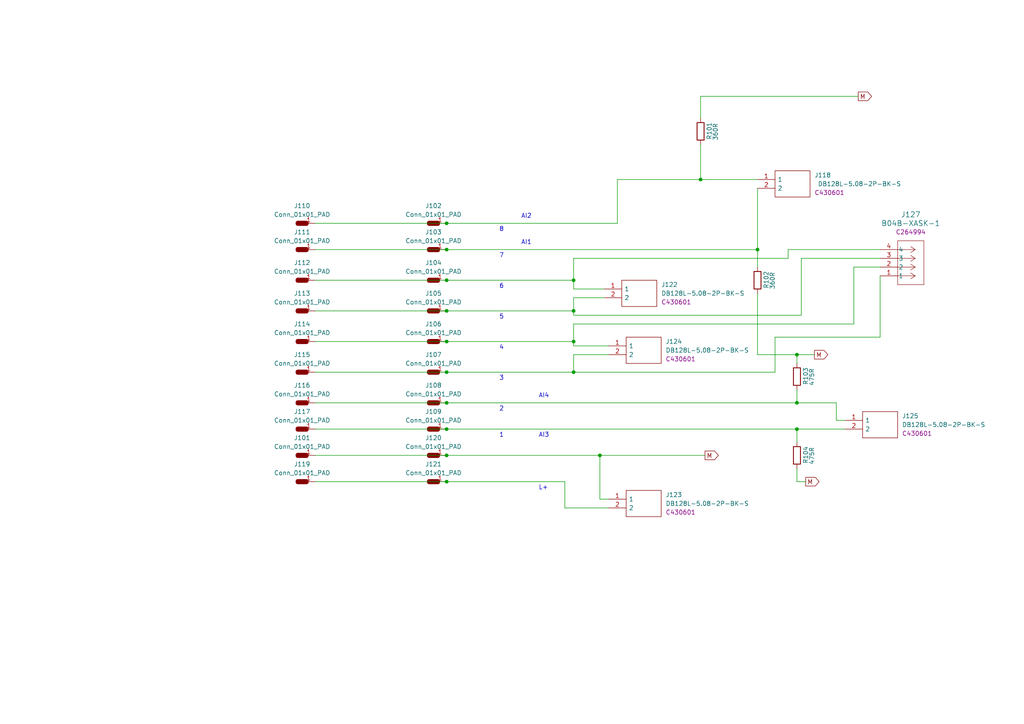
<source format=kicad_sch>
(kicad_sch (version 20230121) (generator eeschema)
  (paper "A4")
  (lib_symbols
    (symbol "Device:R" (pin_numbers hide) (pin_names (offset 0))
      (property "Reference" "R" (at 2.032 0 90))
      (property "Value" "R" (at 0 0 90))
      (symbol "R_0_1"
        (rectangle (start -1.016 -2.54) (end 1.016 2.54) (stroke (width 0.254)))
      )
      (symbol "R_1_1"
        (pin passive line (at 0 3.81 270) (length 1.27) (name "~") (number "1"))
        (pin passive line (at 0 -3.81 90) (length 1.27) (name "~") (number "2"))
      )
    )
    (symbol "PCB_Library:1729128" (pin_names (offset 0.762))
      (property "Reference" "J" (at 16.51 7.62 0))
      (property "Value" "1729128" (at 16.51 5.08 0))
      (property "LCSC" "C557665" (at 8.89 5.08 0))
      (symbol "1729128_0_0"
        (pin passive line (at 0 0 0) (length 5.08) (name "1") (number "1"))
        (pin passive line (at 0 -2.54 0) (length 5.08) (name "2") (number "2"))
      )
      (symbol "1729128_0_1"
        (polyline (pts (xy 5.08 2.54) (xy 15.24 2.54) (xy 15.24 -5.08) (xy 5.08 -5.08) (xy 5.08 2.54)) (stroke (width 0.1524)))
      )
    )
    (symbol "PCB_Library:B04B-XASK-1" (pin_names (offset 0.254))
      (property "Reference" "J" (at 13.97 6.35 0))
      (property "Value" "B04B-XASK-1" (at 3.81 3.81 0))
      (property "LCSC" "C264994" (at 3.81 7.62 0))
      (symbol "B04B-XASK-1_1_1"
        (polyline (pts (xy 5.08 -10.16) (xy 12.7 -10.16)) (stroke (width 0.127)))
        (polyline (pts (xy 5.08 2.54) (xy 5.08 -10.16)) (stroke (width 0.127)))
        (polyline (pts (xy 10.16 -7.62) (xy 5.08 -7.62)) (stroke (width 0.127)))
        (polyline (pts (xy 10.16 -7.62) (xy 8.89 -8.4667)) (stroke (width 0.127)))
        (polyline (pts (xy 10.16 -7.62) (xy 8.89 -6.7733)) (stroke (width 0.127)))
        (polyline (pts (xy 10.16 -5.08) (xy 5.08 -5.08)) (stroke (width 0.127)))
        (polyline (pts (xy 10.16 -5.08) (xy 8.89 -5.9267)) (stroke (width 0.127)))
        (polyline (pts (xy 10.16 -5.08) (xy 8.89 -4.2333)) (stroke (width 0.127)))
        (polyline (pts (xy 10.16 -2.54) (xy 5.08 -2.54)) (stroke (width 0.127)))
        (polyline (pts (xy 10.16 -2.54) (xy 8.89 -3.3867)) (stroke (width 0.127)))
        (polyline (pts (xy 10.16 -2.54) (xy 8.89 -1.6933)) (stroke (width 0.127)))
        (polyline (pts (xy 10.16 0) (xy 5.08 0)) (stroke (width 0.127)))
        (polyline (pts (xy 10.16 0) (xy 8.89 -0.8467)) (stroke (width 0.127)))
        (polyline (pts (xy 10.16 0) (xy 8.89 0.8467)) (stroke (width 0.127)))
        (polyline (pts (xy 12.7 -10.16) (xy 12.7 2.54)) (stroke (width 0.127)))
        (polyline (pts (xy 12.7 2.54) (xy 5.08 2.54)) (stroke (width 0.127)))
        (pin unspecified line (at 0 0 0) (length 5.08) (name "1") (number "1"))
        (pin unspecified line (at 0 -2.54 0) (length 5.08) (name "2") (number "2"))
        (pin unspecified line (at 0 -5.08 0) (length 5.08) (name "3") (number "3"))
        (pin unspecified line (at 0 -7.62 0) (length 5.08) (name "4") (number "4"))
      )
      (symbol "B04B-XASK-1_1_2"
        (polyline (pts (xy 5.08 -10.16) (xy 12.7 -10.16)) (stroke (width 0.127)))
        (polyline (pts (xy 5.08 2.54) (xy 5.08 -10.16)) (stroke (width 0.127)))
        (polyline (pts (xy 7.62 -7.62) (xy 5.08 -7.62)) (stroke (width 0.127)))
        (polyline (pts (xy 7.62 -7.62) (xy 8.89 -8.4667)) (stroke (width 0.127)))
        (polyline (pts (xy 7.62 -7.62) (xy 8.89 -6.7733)) (stroke (width 0.127)))
        (polyline (pts (xy 7.62 -5.08) (xy 5.08 -5.08)) (stroke (width 0.127)))
        (polyline (pts (xy 7.62 -5.08) (xy 8.89 -5.9267)) (stroke (width 0.127)))
        (polyline (pts (xy 7.62 -5.08) (xy 8.89 -4.2333)) (stroke (width 0.127)))
        (polyline (pts (xy 7.62 -2.54) (xy 5.08 -2.54)) (stroke (width 0.127)))
        (polyline (pts (xy 7.62 -2.54) (xy 8.89 -3.3867)) (stroke (width 0.127)))
        (polyline (pts (xy 7.62 -2.54) (xy 8.89 -1.6933)) (stroke (width 0.127)))
        (polyline (pts (xy 7.62 0) (xy 5.08 0)) (stroke (width 0.127)))
        (polyline (pts (xy 7.62 0) (xy 8.89 -0.8467)) (stroke (width 0.127)))
        (polyline (pts (xy 7.62 0) (xy 8.89 0.8467)) (stroke (width 0.127)))
        (polyline (pts (xy 12.7 -10.16) (xy 12.7 2.54)) (stroke (width 0.127)))
        (polyline (pts (xy 12.7 2.54) (xy 5.08 2.54)) (stroke (width 0.127)))
        (pin unspecified line (at 0 0 0) (length 5.08) (name "1") (number "1"))
        (pin unspecified line (at 0 -2.54 0) (length 5.08) (name "2") (number "2"))
        (pin unspecified line (at 0 -5.08 0) (length 5.08) (name "3") (number "3"))
        (pin unspecified line (at 0 -7.62 0) (length 5.08) (name "4") (number "4"))
      )
    )
    (symbol "PCB_Library:Conn_01x01_PAD" (pin_names (offset 1.016) hide)
      (property "Reference" "J" (at 0 2.54 0))
      (property "Value" "Conn_01x01_PAD" (at 1.27 -3.81 0))
      (symbol "Conn_01x01_PAD_1_1"
        (polyline (pts (xy 1.27 0) (xy 0.8636 0)) (stroke (width 0.1524)))
        (rectangle (start 0 0.127) (end 2.54 -0.127) (stroke (width 1.2192)) (fill (type outline)))
        (pin passive line (at 5.08 0 180) (length 3.81) (name "Pin_1") (number "1"))
      )
    )
  )
  (junction (at 129.54 72.39))
  (junction (at 231.14 116.84))
  (junction (at 129.54 132.08))
  (junction (at 166.37 107.95))
  (junction (at 129.54 116.84))
  (junction (at 129.54 90.17))
  (junction (at 203.2 52.07))
  (junction (at 129.54 107.95))
  (junction (at 166.37 90.17))
  (junction (at 219.71 72.39))
  (junction (at 129.54 139.7))
  (junction (at 166.37 81.28))
  (junction (at 231.14 102.87))
  (junction (at 231.14 124.46))
  (junction (at 129.54 64.77))
  (junction (at 129.54 124.46))
  (junction (at 166.37 99.06))
  (junction (at 129.54 99.06))
  (junction (at 173.99 132.08))
  (junction (at 129.54 81.28))
  (wire (pts (xy 231.14 116.84) (xy 129.54 116.84)))
  (wire (pts (xy 166.37 81.28) (xy 166.37 83.82)))
  (wire (pts (xy 129.54 81.28) (xy 166.37 81.28)))
  (wire (pts (xy 231.14 139.7) (xy 233.68 139.7)))
  (wire (pts (xy 166.37 99.06) (xy 166.37 93.98)))
  (wire (pts (xy 166.37 100.33) (xy 176.53 100.33)))
  (wire (pts (xy 255.27 80.01) (xy 255.27 97.79)))
  (wire (pts (xy 231.14 102.87) (xy 236.22 102.87)))
  (wire (pts (xy 232.41 74.93) (xy 255.27 74.93)))
  (wire (pts (xy 179.07 52.07) (xy 179.07 64.77)))
  (wire (pts (xy 166.37 90.17) (xy 166.37 91.44)))
  (wire (pts (xy 163.83 147.32) (xy 176.53 147.32)))
  (wire (pts (xy 219.71 72.39) (xy 129.54 72.39)))
  (wire (pts (xy 129.54 132.08) (xy 173.99 132.08)))
  (wire (pts (xy 224.79 97.79) (xy 224.79 107.95)))
  (wire (pts (xy 203.2 27.94) (xy 248.92 27.94)))
  (wire (pts (xy 245.11 121.92) (xy 242.57 121.92)))
  (wire (pts (xy 231.14 128.27) (xy 231.14 124.46)))
  (wire (pts (xy 91.44 72.39) (xy 129.54 72.39)))
  (wire (pts (xy 219.71 72.39) (xy 219.71 77.47)))
  (wire (pts (xy 232.41 91.44) (xy 232.41 74.93)))
  (wire (pts (xy 166.37 74.93) (xy 166.37 81.28)))
  (wire (pts (xy 219.71 85.09) (xy 219.71 102.87)))
  (wire (pts (xy 242.57 116.84) (xy 231.14 116.84)))
  (wire (pts (xy 166.37 86.36) (xy 166.37 90.17)))
  (wire (pts (xy 203.2 27.94) (xy 203.2 34.29)))
  (wire (pts (xy 203.2 41.91) (xy 203.2 52.07)))
  (wire (pts (xy 129.54 139.7) (xy 163.83 139.7)))
  (wire (pts (xy 166.37 93.98) (xy 247.65 93.98)))
  (wire (pts (xy 166.37 83.82) (xy 175.26 83.82)))
  (wire (pts (xy 255.27 97.79) (xy 224.79 97.79)))
  (wire (pts (xy 219.71 102.87) (xy 231.14 102.87)))
  (wire (pts (xy 166.37 107.95) (xy 166.37 102.87)))
  (wire (pts (xy 129.54 99.06) (xy 166.37 99.06)))
  (wire (pts (xy 179.07 64.77) (xy 129.54 64.77)))
  (wire (pts (xy 228.6 72.39) (xy 228.6 74.93)))
  (wire (pts (xy 231.14 124.46) (xy 245.11 124.46)))
  (wire (pts (xy 247.65 77.47) (xy 255.27 77.47)))
  (wire (pts (xy 91.44 107.95) (xy 129.54 107.95)))
  (wire (pts (xy 129.54 107.95) (xy 166.37 107.95)))
  (wire (pts (xy 224.79 107.95) (xy 166.37 107.95)))
  (wire (pts (xy 91.44 81.28) (xy 129.54 81.28)))
  (wire (pts (xy 166.37 99.06) (xy 166.37 100.33)))
  (wire (pts (xy 166.37 102.87) (xy 176.53 102.87)))
  (wire (pts (xy 129.54 90.17) (xy 166.37 90.17)))
  (wire (pts (xy 173.99 144.78) (xy 173.99 132.08)))
  (wire (pts (xy 166.37 86.36) (xy 175.26 86.36)))
  (wire (pts (xy 231.14 113.03) (xy 231.14 116.84)))
  (wire (pts (xy 203.2 52.07) (xy 219.71 52.07)))
  (wire (pts (xy 242.57 121.92) (xy 242.57 116.84)))
  (wire (pts (xy 255.27 72.39) (xy 228.6 72.39)))
  (wire (pts (xy 166.37 91.44) (xy 232.41 91.44)))
  (wire (pts (xy 91.44 99.06) (xy 129.54 99.06)))
  (wire (pts (xy 204.47 132.08) (xy 173.99 132.08)))
  (wire (pts (xy 91.44 132.08) (xy 129.54 132.08)))
  (wire (pts (xy 228.6 74.93) (xy 166.37 74.93)))
  (wire (pts (xy 231.14 135.89) (xy 231.14 139.7)))
  (wire (pts (xy 179.07 52.07) (xy 203.2 52.07)))
  (wire (pts (xy 163.83 147.32) (xy 163.83 139.7)))
  (wire (pts (xy 91.44 139.7) (xy 129.54 139.7)))
  (wire (pts (xy 129.54 124.46) (xy 231.14 124.46)))
  (wire (pts (xy 173.99 144.78) (xy 176.53 144.78)))
  (wire (pts (xy 231.14 105.41) (xy 231.14 102.87)))
  (wire (pts (xy 91.44 90.17) (xy 129.54 90.17)))
  (wire (pts (xy 247.65 93.98) (xy 247.65 77.47)))
  (wire (pts (xy 91.44 124.46) (xy 129.54 124.46)))
  (wire (pts (xy 219.71 54.61) (xy 219.71 72.39)))
  (wire (pts (xy 91.44 116.84) (xy 129.54 116.84)))
  (wire (pts (xy 91.44 64.77) (xy 129.54 64.77)))
  (text "7" (at 144.78 74.93 0) (effects (font (size 1.27 1.27)) (justify left bottom)))
  (text "1" (at 144.78 127 0) (effects (font (size 1.27 1.27)) (justify left bottom)))
  (text "6" (at 144.78 83.82 0) (effects (font (size 1.27 1.27)) (justify left bottom)))
  (text "3" (at 144.78 110.49 0) (effects (font (size 1.27 1.27)) (justify left bottom)))
  (text "AI2" (at 151.13 63.5 0) (effects (font (size 1.27 1.27)) (justify left bottom)))
  (text "8" (at 144.78 67.31 0) (effects (font (size 1.27 1.27)) (justify left bottom)))
  (text "AI4" (at 156.21 115.57 0) (effects (font (size 1.27 1.27)) (justify left bottom)))
  (text "4" (at 144.78 101.6 0) (effects (font (size 1.27 1.27)) (justify left bottom)))
  (text "AI3" (at 156.21 127 0) (effects (font (size 1.27 1.27)) (justify left bottom)))
  (text "5" (at 144.78 92.71 0) (effects (font (size 1.27 1.27)) (justify left bottom)))
  (text "AI1" (at 151.13 71.12 0) (effects (font (size 1.27 1.27)) (justify left bottom)))
  (text "2" (at 144.78 119.38 0) (effects (font (size 1.27 1.27)) (justify left bottom)))
  (text "L+" (at 156.21 142.24 0) (effects (font (size 1.27 1.27)) (justify left bottom)))
  (global_label "M" (shape output) (at 248.92 27.94 0) (property "Intersheetrefs" "${INTERSHEET_REFS}" (effects hide)))
  (global_label "M" (shape output) (at 233.68 139.7 0) (property "Intersheetrefs" "${INTERSHEET_REFS}" (effects hide)))
  (global_label "M" (shape output) (at 236.22 102.87 0) (property "Intersheetrefs" "${INTERSHEET_REFS}" (effects hide)))
  (global_label "M" (shape output) (at 204.47 132.08 0) (property "Intersheetrefs" "${INTERSHEET_REFS}" (effects hide)))
  (symbol (lib_id "Device:R") (at 231.14 132.08 180) (unit 1)
    (property "Reference" "R104" (at 233.68 131.953 90))
    (property "Value" "475R" (at 235.458 132.207 90))
    (property "Footprint" "Resistor_THT:R_Axial_DIN0207_L6.3mm_D2.5mm_P5.08mm_Vertical" (effects hide))
    (property "Datasheet" "https://jlcpcb.com/partdetail/Yageo-MFR_25FTE52475R/C138206" (effects hide))
    (property "LCSC" "C138206" (effects hide))
    (property "MAX_TEMP" "125 C" (effects hide))
  )
  (symbol (lib_id "PCB_Library:1729128") (at 245.11 121.92 0) (unit 1)
    (property "Reference" "J125" (at 261.62 120.65 0) (effects (justify left)))
    (property "Value" "DB128L-5.08-2P-BK-S" (at 261.62 123.19 0) (effects (justify left)))
    (property "Footprint" "1729128" (effects hide))
    (property "Datasheet" "https://jlcpcb.com/partdetail/581028-XY128V_A_5_082P/C557665" (effects hide))
    (property "Description" "PCB terminal block, nominal current: 13.5 A, rated voltage (III/2): 400 V, nominal cross section: 1.5 mm?, Number of potentials: 2, Number of rows: 1, Number of positions per row: 2, product range: MKDSN 1,5, pitch: 5.08 mm, connection method: Screw connection with tension sleeve, mounting: Wave soldering, conductor/PCB connection direction: 0 ?, color: green, Pin layout: Linear pinning, Solder pin [P]: 3.5 mm, type of packaging: packed in cardboard" (effects hide))
    (property "Height" "10.15" (effects hide))
    (property "Manufacturer_Part_Number" "1729128" (effects hide))
    (property "LCSC" "C430601" (at 261.62 125.73 0) (effects (justify left)))
  )
  (symbol (lib_id "PCB_Library:Conn_01x01_PAD") (at 124.46 124.46 0) (unit 1)
    (property "Reference" "J109" (at 125.73 119.38 0))
    (property "Value" "Conn_01x01_PAD" (at 125.73 121.92 0))
    (property "Footprint" "PCB_FOOTPRINT_Library:Conn_pin_PLC" (effects hide))
  )
  (symbol (lib_id "PCB_Library:1729128") (at 219.71 52.07 0) (unit 1)
    (property "Reference" "J118" (at 236.22 50.8 0) (effects (justify left)))
    (property "Value" " DB128L-5.08-2P-BK-S" (at 236.22 53.34 0) (effects (justify left)))
    (property "Footprint" "1729128" (effects hide))
    (property "Datasheet" "https://jlcpcb.com/partdetail/581028-XY128V_A_5_082P/C557665" (effects hide))
    (property "Description" "PCB terminal block, nominal current: 13.5 A, rated voltage (III/2): 400 V, nominal cross section: 1.5 mm?, Number of potentials: 2, Number of rows: 1, Number of positions per row: 2, product range: MKDSN 1,5, pitch: 5.08 mm, connection method: Screw connection with tension sleeve, mounting: Wave soldering, conductor/PCB connection direction: 0 ?, color: green, Pin layout: Linear pinning, Solder pin [P]: 3.5 mm, type of packaging: packed in cardboard" (effects hide))
    (property "Height" "10.15" (effects hide))
    (property "Manufacturer_Part_Number" "1729128" (effects hide))
    (property "LCSC" "C430601" (at 236.22 55.88 0) (effects (justify left)))
  )
  (symbol (lib_id "PCB_Library:1729128") (at 176.53 144.78 0) (unit 1)
    (property "Reference" "J123" (at 193.04 143.51 0) (effects (justify left)))
    (property "Value" "DB128L-5.08-2P-BK-S" (at 193.04 146.05 0) (effects (justify left)))
    (property "Footprint" "1729128" (effects hide))
    (property "Datasheet" "https://jlcpcb.com/partdetail/581028-XY128V_A_5_082P/C557665" (effects hide))
    (property "Description" "PCB terminal block, nominal current: 13.5 A, rated voltage (III/2): 400 V, nominal cross section: 1.5 mm?, Number of potentials: 2, Number of rows: 1, Number of positions per row: 2, product range: MKDSN 1,5, pitch: 5.08 mm, connection method: Screw connection with tension sleeve, mounting: Wave soldering, conductor/PCB connection direction: 0 ?, color: green, Pin layout: Linear pinning, Solder pin [P]: 3.5 mm, type of packaging: packed in cardboard" (effects hide))
    (property "Height" "10.15" (effects hide))
    (property "Manufacturer_Part_Number" "1729128" (effects hide))
    (property "LCSC" "C430601" (at 193.04 148.59 0) (effects (justify left)))
  )
  (symbol (lib_id "PCB_Library:Conn_01x01_PAD") (at 124.46 64.77 0) (unit 1)
    (property "Reference" "J102" (at 125.73 59.69 0))
    (property "Value" "Conn_01x01_PAD" (at 125.73 62.23 0))
    (property "Footprint" "PCB_FOOTPRINT_Library:Conn_pin_PLC" (effects hide))
  )
  (symbol (lib_id "PCB_Library:Conn_01x01_PAD") (at 124.46 139.7 0) (unit 1)
    (property "Reference" "J121" (at 125.73 134.62 0))
    (property "Value" "Conn_01x01_PAD" (at 125.73 137.16 0))
    (property "Footprint" "PCB_FOOTPRINT_Library:Conn_pin_PLC" (effects hide))
  )
  (symbol (lib_id "PCB_Library:Conn_01x01_PAD") (at 86.36 124.46 0) (unit 1)
    (property "Reference" "J117" (at 87.63 119.38 0))
    (property "Value" "Conn_01x01_PAD" (at 87.63 121.92 0))
    (property "Footprint" "PCB_FOOTPRINT_Library:Conn_pin_PLC" (effects hide))
  )
  (symbol (lib_id "PCB_Library:1729128") (at 176.53 100.33 0) (unit 1)
    (property "Reference" "J124" (at 193.04 99.06 0) (effects (justify left)))
    (property "Value" "DB128L-5.08-2P-BK-S" (at 193.04 101.6 0) (effects (justify left)))
    (property "Footprint" "1729128" (effects hide))
    (property "Datasheet" "https://jlcpcb.com/partdetail/581028-XY128V_A_5_082P/C557665" (effects hide))
    (property "Description" "PCB terminal block, nominal current: 13.5 A, rated voltage (III/2): 400 V, nominal cross section: 1.5 mm?, Number of potentials: 2, Number of rows: 1, Number of positions per row: 2, product range: MKDSN 1,5, pitch: 5.08 mm, connection method: Screw connection with tension sleeve, mounting: Wave soldering, conductor/PCB connection direction: 0 ?, color: green, Pin layout: Linear pinning, Solder pin [P]: 3.5 mm, type of packaging: packed in cardboard" (effects hide))
    (property "Height" "10.15" (effects hide))
    (property "Manufacturer_Part_Number" "1729128" (effects hide))
    (property "LCSC" "C430601" (at 193.04 104.14 0) (effects (justify left)))
  )
  (symbol (lib_id "PCB_Library:Conn_01x01_PAD") (at 86.36 132.08 0) (unit 1)
    (property "Reference" "J101" (at 87.63 127 0))
    (property "Value" "Conn_01x01_PAD" (at 87.63 129.54 0))
    (property "Footprint" "PCB_FOOTPRINT_Library:Conn_pin_PLC" (effects hide))
  )
  (symbol (lib_id "PCB_Library:Conn_01x01_PAD") (at 124.46 132.08 0) (unit 1)
    (property "Reference" "J120" (at 125.73 127 0))
    (property "Value" "Conn_01x01_PAD" (at 125.73 129.54 0))
    (property "Footprint" "PCB_FOOTPRINT_Library:Conn_pin_PLC" (effects hide))
  )
  (symbol (lib_id "PCB_Library:Conn_01x01_PAD") (at 86.36 116.84 0) (unit 1)
    (property "Reference" "J116" (at 87.63 111.76 0))
    (property "Value" "Conn_01x01_PAD" (at 87.63 114.3 0))
    (property "Footprint" "PCB_FOOTPRINT_Library:Conn_pin_PLC" (effects hide))
  )
  (symbol (lib_id "PCB_Library:Conn_01x01_PAD") (at 124.46 107.95 0) (unit 1)
    (property "Reference" "J107" (at 125.73 102.87 0))
    (property "Value" "Conn_01x01_PAD" (at 125.73 105.41 0))
    (property "Footprint" "PCB_FOOTPRINT_Library:Conn_pin_PLC" (effects hide))
  )
  (symbol (lib_id "PCB_Library:Conn_01x01_PAD") (at 86.36 72.39 0) (unit 1)
    (property "Reference" "J111" (at 87.63 67.31 0))
    (property "Value" "Conn_01x01_PAD" (at 87.63 69.85 0))
    (property "Footprint" "PCB_FOOTPRINT_Library:Conn_pin_PLC" (effects hide))
  )
  (symbol (lib_id "PCB_Library:Conn_01x01_PAD") (at 86.36 139.7 0) (unit 1)
    (property "Reference" "J119" (at 87.63 134.62 0))
    (property "Value" "Conn_01x01_PAD" (at 87.63 137.16 0))
    (property "Footprint" "PCB_FOOTPRINT_Library:Conn_pin_PLC" (effects hide))
  )
  (symbol (lib_id "PCB_Library:Conn_01x01_PAD") (at 86.36 99.06 0) (unit 1)
    (property "Reference" "J114" (at 87.63 93.98 0))
    (property "Value" "Conn_01x01_PAD" (at 87.63 96.52 0))
    (property "Footprint" "PCB_FOOTPRINT_Library:Conn_pin_PLC" (effects hide))
  )
  (symbol (lib_id "PCB_Library:B04B-XASK-1") (at 255.27 80.01 0) (mirror x) (unit 1)
    (property "Reference" "J127" (at 264.16 62.23 0) (effects (font (size 1.524 1.524))))
    (property "Value" "B04B-XASK-1" (at 264.16 64.77 0) (effects (font (size 1.524 1.524))))
    (property "Footprint" "PCB_FOOTPRINT_Library:CONN_B04B-XASK-1_JST" (effects hide))
    (property "Datasheet" "B04B-XASK-1" (effects hide))
    (property "LCSC" "C264994" (at 264.16 67.31 0))
  )
  (symbol (lib_id "PCB_Library:Conn_01x01_PAD") (at 86.36 90.17 0) (unit 1)
    (property "Reference" "J113" (at 87.63 85.09 0))
    (property "Value" "Conn_01x01_PAD" (at 87.63 87.63 0))
    (property "Footprint" "PCB_FOOTPRINT_Library:Conn_pin_PLC" (effects hide))
  )
  (symbol (lib_id "PCB_Library:Conn_01x01_PAD") (at 124.46 116.84 0) (unit 1)
    (property "Reference" "J108" (at 125.73 111.76 0))
    (property "Value" "Conn_01x01_PAD" (at 125.73 114.3 0))
    (property "Footprint" "PCB_FOOTPRINT_Library:Conn_pin_PLC" (effects hide))
  )
  (symbol (lib_id "PCB_Library:Conn_01x01_PAD") (at 86.36 81.28 0) (unit 1)
    (property "Reference" "J112" (at 87.63 76.2 0))
    (property "Value" "Conn_01x01_PAD" (at 87.63 78.74 0))
    (property "Footprint" "PCB_FOOTPRINT_Library:Conn_pin_PLC" (effects hide))
  )
  (symbol (lib_id "Device:R") (at 231.14 109.22 180) (unit 1)
    (property "Reference" "R103" (at 233.68 109.093 90))
    (property "Value" "475R" (at 235.458 109.347 90))
    (property "Footprint" "Resistor_THT:R_Axial_DIN0207_L6.3mm_D2.5mm_P5.08mm_Vertical" (effects hide))
    (property "Datasheet" "https://jlcpcb.com/partdetail/Yageo-MFR_25FTE52475R/C138206" (effects hide))
    (property "LCSC" "C138206" (effects hide))
    (property "MAX_TEMP" "125 C" (effects hide))
  )
  (symbol (lib_id "PCB_Library:Conn_01x01_PAD") (at 86.36 107.95 0) (unit 1)
    (property "Reference" "J115" (at 87.63 102.87 0))
    (property "Value" "Conn_01x01_PAD" (at 87.63 105.41 0))
    (property "Footprint" "PCB_FOOTPRINT_Library:Conn_pin_PLC" (effects hide))
  )
  (symbol (lib_id "PCB_Library:Conn_01x01_PAD") (at 124.46 90.17 0) (unit 1)
    (property "Reference" "J105" (at 125.73 85.09 0))
    (property "Value" "Conn_01x01_PAD" (at 125.73 87.63 0))
    (property "Footprint" "PCB_FOOTPRINT_Library:Conn_pin_PLC" (effects hide))
  )
  (symbol (lib_id "PCB_Library:1729128") (at 175.26 83.82 0) (unit 1)
    (property "Reference" "J122" (at 191.77 82.55 0) (effects (justify left)))
    (property "Value" "DB128L-5.08-2P-BK-S" (at 191.77 85.09 0) (effects (justify left)))
    (property "Footprint" "1729128" (effects hide))
    (property "Datasheet" "https://jlcpcb.com/partdetail/581028-XY128V_A_5_082P/C557665" (effects hide))
    (property "Description" "PCB terminal block, nominal current: 13.5 A, rated voltage (III/2): 400 V, nominal cross section: 1.5 mm?, Number of potentials: 2, Number of rows: 1, Number of positions per row: 2, product range: MKDSN 1,5, pitch: 5.08 mm, connection method: Screw connection with tension sleeve, mounting: Wave soldering, conductor/PCB connection direction: 0 ?, color: green, Pin layout: Linear pinning, Solder pin [P]: 3.5 mm, type of packaging: packed in cardboard" (effects hide))
    (property "Height" "10.15" (effects hide))
    (property "Manufacturer_Part_Number" "1729128" (effects hide))
    (property "LCSC" "C430601" (at 191.77 87.63 0) (effects (justify left)))
  )
  (symbol (lib_id "PCB_Library:Conn_01x01_PAD") (at 124.46 81.28 0) (unit 1)
    (property "Reference" "J104" (at 125.73 76.2 0))
    (property "Value" "Conn_01x01_PAD" (at 125.73 78.74 0))
    (property "Footprint" "PCB_FOOTPRINT_Library:Conn_pin_PLC" (effects hide))
  )
  (symbol (lib_id "PCB_Library:Conn_01x01_PAD") (at 124.46 72.39 0) (unit 1)
    (property "Reference" "J103" (at 125.73 67.31 0))
    (property "Value" "Conn_01x01_PAD" (at 125.73 69.85 0))
    (property "Footprint" "PCB_FOOTPRINT_Library:Conn_pin_PLC" (effects hide))
  )
  (symbol (lib_id "PCB_Library:Conn_01x01_PAD") (at 86.36 64.77 0) (unit 1)
    (property "Reference" "J110" (at 87.63 59.69 0))
    (property "Value" "Conn_01x01_PAD" (at 87.63 62.23 0))
    (property "Footprint" "PCB_FOOTPRINT_Library:Conn_pin_PLC" (effects hide))
  )
  (symbol (lib_id "PCB_Library:Conn_01x01_PAD") (at 124.46 99.06 0) (unit 1)
    (property "Reference" "J106" (at 125.73 93.98 0))
    (property "Value" "Conn_01x01_PAD" (at 125.73 96.52 0))
    (property "Footprint" "PCB_FOOTPRINT_Library:Conn_pin_PLC" (effects hide))
  )
  (symbol (lib_id "Device:R") (at 203.2 38.1 180) (unit 1)
    (property "Reference" "R101" (at 205.74 37.973 90))
    (property "Value" "360R" (at 207.518 38.227 90))
    (property "Footprint" "Resistor_THT:R_Axial_DIN0207_L6.3mm_D2.5mm_P5.08mm_Vertical" (effects hide))
    (property "Datasheet" "https://jlcpcb.com/partdetail/59694-MFR0W4F3600A50/C58649" (effects hide))
    (property "LCSC" "C58649" (effects hide))
    (property "MAX_TEMP" "125 C" (effects hide))
  )
  (symbol (lib_id "Device:R") (at 219.71 81.28 180) (unit 1)
    (property "Reference" "R102" (at 222.25 81.153 90))
    (property "Value" "360R" (at 224.028 81.407 90))
    (property "Footprint" "Resistor_THT:R_Axial_DIN0207_L6.3mm_D2.5mm_P5.08mm_Vertical" (effects hide))
    (property "Datasheet" "https://jlcpcb.com/partdetail/59694-MFR0W4F3600A50/C58649" (effects hide))
    (property "LCSC" "C58649" (effects hide))
    (property "MAX_TEMP" "125 C" (effects hide))
  )
)
</source>
